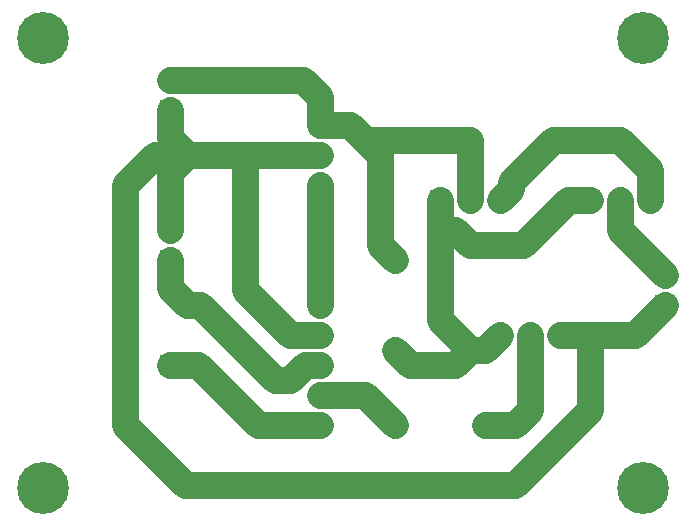
<source format=gbr>
G04 #@! TF.GenerationSoftware,KiCad,Pcbnew,5.0.0-fee4fd1~65~ubuntu17.10.1*
G04 #@! TF.CreationDate,2018-12-28T18:32:25-05:00*
G04 #@! TF.ProjectId,resetter,72657365747465722E6B696361645F70,rev?*
G04 #@! TF.SameCoordinates,Original*
G04 #@! TF.FileFunction,Copper,L2,Bot,Signal*
G04 #@! TF.FilePolarity,Positive*
%FSLAX46Y46*%
G04 Gerber Fmt 4.6, Leading zero omitted, Abs format (unit mm)*
G04 Created by KiCad (PCBNEW 5.0.0-fee4fd1~65~ubuntu17.10.1) date Fri Dec 28 18:32:25 2018*
%MOMM*%
%LPD*%
G01*
G04 APERTURE LIST*
G04 #@! TA.AperFunction,ComponentPad*
%ADD10O,1.700000X1.700000*%
G04 #@! TD*
G04 #@! TA.AperFunction,ComponentPad*
%ADD11R,1.700000X1.700000*%
G04 #@! TD*
G04 #@! TA.AperFunction,ComponentPad*
%ADD12O,1.800000X1.800000*%
G04 #@! TD*
G04 #@! TA.AperFunction,ComponentPad*
%ADD13R,1.800000X1.800000*%
G04 #@! TD*
G04 #@! TA.AperFunction,ComponentPad*
%ADD14O,1.600000X1.600000*%
G04 #@! TD*
G04 #@! TA.AperFunction,ComponentPad*
%ADD15C,1.600000*%
G04 #@! TD*
G04 #@! TA.AperFunction,ComponentPad*
%ADD16R,1.520000X1.520000*%
G04 #@! TD*
G04 #@! TA.AperFunction,ComponentPad*
%ADD17C,1.520000*%
G04 #@! TD*
G04 #@! TA.AperFunction,ComponentPad*
%ADD18C,4.400000*%
G04 #@! TD*
G04 #@! TA.AperFunction,Conductor*
%ADD19C,2.286000*%
G04 #@! TD*
G04 #@! TA.AperFunction,Conductor*
%ADD20C,0.431800*%
G04 #@! TD*
G04 #@! TA.AperFunction,Conductor*
%ADD21C,1.524000*%
G04 #@! TD*
G04 APERTURE END LIST*
D10*
G04 #@! TO.P,J1,2*
G04 #@! TO.N,GND*
X56515000Y-46037500D03*
D11*
G04 #@! TO.P,J1,1*
G04 #@! TO.N,Net-(J1-Pad1)*
X56515000Y-48577500D03*
G04 #@! TD*
G04 #@! TO.P,J2,1*
G04 #@! TO.N,Net-(J2-Pad1)*
X56515000Y-57467500D03*
G04 #@! TD*
G04 #@! TO.P,J3,1*
G04 #@! TO.N,GND*
X98425000Y-52387500D03*
D10*
G04 #@! TO.P,J3,2*
G04 #@! TO.N,Net-(J3-Pad2)*
X98425000Y-49847500D03*
G04 #@! TD*
G04 #@! TO.P,J4,2*
G04 #@! TO.N,Net-(J4-Pad2)*
X56515000Y-33337500D03*
D11*
G04 #@! TO.P,J4,1*
G04 #@! TO.N,GND*
X56515000Y-35877500D03*
G04 #@! TD*
D12*
G04 #@! TO.P,Q2,3*
G04 #@! TO.N,Net-(Q2-Pad3)*
X84455000Y-43497500D03*
G04 #@! TO.P,Q2,2*
G04 #@! TO.N,Net-(J4-Pad2)*
X81915000Y-43497500D03*
D13*
G04 #@! TO.P,Q2,1*
G04 #@! TO.N,Net-(Q1-Pad3)*
X79375000Y-43497500D03*
G04 #@! TD*
G04 #@! TO.P,Q3,1*
G04 #@! TO.N,Net-(Q1-Pad3)*
X92075000Y-43497500D03*
D12*
G04 #@! TO.P,Q3,2*
G04 #@! TO.N,Net-(J3-Pad2)*
X94615000Y-43497500D03*
G04 #@! TO.P,Q3,3*
G04 #@! TO.N,Net-(Q2-Pad3)*
X97155000Y-43497500D03*
G04 #@! TD*
D14*
G04 #@! TO.P,R1,2*
G04 #@! TO.N,Net-(R1-Pad2)*
X75565000Y-62547500D03*
D15*
G04 #@! TO.P,R1,1*
G04 #@! TO.N,Net-(Q1-Pad2)*
X83185000Y-62547500D03*
G04 #@! TD*
G04 #@! TO.P,R2,1*
G04 #@! TO.N,Net-(J4-Pad2)*
X75565000Y-48577500D03*
D14*
G04 #@! TO.P,R2,2*
G04 #@! TO.N,Net-(Q1-Pad3)*
X75565000Y-56197500D03*
G04 #@! TD*
D10*
G04 #@! TO.P,U1,3*
G04 #@! TO.N,Net-(U1-Pad3)*
X69215000Y-42227500D03*
G04 #@! TO.P,U1,2*
G04 #@! TO.N,GND*
X69215000Y-39687500D03*
D11*
G04 #@! TO.P,U1,1*
G04 #@! TO.N,Net-(J4-Pad2)*
X69215000Y-37147500D03*
G04 #@! TD*
D10*
G04 #@! TO.P,U2,5*
G04 #@! TO.N,Net-(J2-Pad1)*
X69215000Y-62547500D03*
G04 #@! TO.P,U2,4*
G04 #@! TO.N,Net-(R1-Pad2)*
X69215000Y-60007500D03*
G04 #@! TO.P,U2,3*
G04 #@! TO.N,Net-(J1-Pad1)*
X69215000Y-57467500D03*
G04 #@! TO.P,U2,2*
G04 #@! TO.N,GND*
X69215000Y-54927500D03*
D11*
G04 #@! TO.P,U2,1*
G04 #@! TO.N,Net-(U1-Pad3)*
X69215000Y-52387500D03*
G04 #@! TD*
D16*
G04 #@! TO.P,Q1,1*
G04 #@! TO.N,GND*
X89535000Y-54927500D03*
D17*
G04 #@! TO.P,Q1,3*
G04 #@! TO.N,Net-(Q1-Pad3)*
X84455000Y-54927500D03*
G04 #@! TO.P,Q1,2*
G04 #@! TO.N,Net-(Q1-Pad2)*
X86995000Y-54927500D03*
G04 #@! TD*
D18*
G04 #@! TO.P,MK1,1*
G04 #@! TO.N,N/C*
X45720000Y-29845000D03*
G04 #@! TD*
G04 #@! TO.P,MK2,1*
G04 #@! TO.N,N/C*
X96520000Y-67945000D03*
G04 #@! TD*
G04 #@! TO.P,MK3,1*
G04 #@! TO.N,N/C*
X96520000Y-29845000D03*
G04 #@! TD*
G04 #@! TO.P,MK4,1*
G04 #@! TO.N,N/C*
X45720000Y-67945000D03*
G04 #@! TD*
D19*
G04 #@! TO.N,GND*
X56515000Y-38251500D02*
X57951000Y-39687500D01*
X56515000Y-35877500D02*
X56515000Y-38251500D01*
X56515000Y-41123500D02*
X57951000Y-39687500D01*
X56515000Y-46037500D02*
X56515000Y-41123500D01*
X62865000Y-51117500D02*
X62865000Y-39687500D01*
X66675000Y-54927500D02*
X62865000Y-51117500D01*
X69215000Y-54927500D02*
X66675000Y-54927500D01*
X57951000Y-39687500D02*
X62865000Y-39687500D01*
X62865000Y-39687500D02*
X69215000Y-39687500D01*
X55245000Y-39687500D02*
X57951000Y-39687500D01*
X52705000Y-42227500D02*
X55245000Y-39687500D01*
X52705000Y-62547500D02*
X52705000Y-42227500D01*
X57785000Y-67627500D02*
X52705000Y-62547500D01*
X95885000Y-54927500D02*
X98425000Y-52387500D01*
X57785000Y-67627500D02*
X85725000Y-67627500D01*
X92075000Y-61277500D02*
X92075000Y-54927500D01*
X85725000Y-67627500D02*
X92075000Y-61277500D01*
X92075000Y-54927500D02*
X95885000Y-54927500D01*
X92075000Y-54927500D02*
X89535000Y-54927500D01*
G04 #@! TO.N,Net-(J1-Pad1)*
X56515000Y-50951500D02*
X56515000Y-48577500D01*
X67945000Y-57467500D02*
X66675000Y-58737500D01*
X69215000Y-57467500D02*
X67945000Y-57467500D01*
X66675000Y-58737500D02*
X65405000Y-58737500D01*
X65405000Y-58737500D02*
X59055000Y-52387500D01*
X57951000Y-52387500D02*
X56515000Y-50951500D01*
X59055000Y-52387500D02*
X57951000Y-52387500D01*
G04 #@! TO.N,Net-(J2-Pad1)*
X58889000Y-57467500D02*
X63969000Y-62547500D01*
X56515000Y-57467500D02*
X58889000Y-57467500D01*
X63969000Y-62547500D02*
X69215000Y-62547500D01*
G04 #@! TO.N,Net-(J3-Pad2)*
X94615000Y-46037500D02*
X98425000Y-49847500D01*
X94615000Y-43497500D02*
X94615000Y-46037500D01*
D20*
G04 #@! TO.N,Net-(J4-Pad2)*
X69215000Y-35865700D02*
X69215000Y-37147500D01*
D19*
X69215000Y-34773500D02*
X69215000Y-37147500D01*
X67779000Y-33337500D02*
X69215000Y-34773500D01*
X56515000Y-33337500D02*
X67779000Y-33337500D01*
X75565000Y-48577500D02*
X74295000Y-47307500D01*
X74295000Y-47307500D02*
X74295000Y-39687500D01*
X71755000Y-37147500D02*
X69215000Y-37147500D01*
X81915000Y-43497500D02*
X81915000Y-38417500D01*
X81915000Y-38417500D02*
X73025000Y-38417500D01*
X74295000Y-39687500D02*
X73025000Y-38417500D01*
X73025000Y-38417500D02*
X71755000Y-37147500D01*
G04 #@! TO.N,Net-(Q1-Pad3)*
X76835000Y-57467500D02*
X75565000Y-56197500D01*
X80645000Y-57467500D02*
X76835000Y-57467500D01*
X79375000Y-53657500D02*
X81915000Y-56197500D01*
X81915000Y-56197500D02*
X80645000Y-57467500D01*
X79375000Y-46037500D02*
X79375000Y-53657500D01*
X79375000Y-43497500D02*
X79375000Y-46037500D01*
X80645000Y-46037500D02*
X81915000Y-47307500D01*
D21*
X79375000Y-46037500D02*
X80645000Y-46037500D01*
D19*
X83185000Y-56197500D02*
X84455000Y-54927500D01*
X81915000Y-56197500D02*
X83185000Y-56197500D01*
X81915000Y-47307500D02*
X86360000Y-47307500D01*
X86360000Y-47307500D02*
X90170000Y-43497500D01*
X90170000Y-43497500D02*
X92075000Y-43497500D01*
G04 #@! TO.N,Net-(Q1-Pad2)*
X83185000Y-62547500D02*
X85725000Y-62547500D01*
X85725000Y-62547500D02*
X86995000Y-61277500D01*
X86995000Y-60007500D02*
X86995000Y-54927500D01*
X86995000Y-60007500D02*
X86995000Y-61277500D01*
G04 #@! TO.N,Net-(Q2-Pad3)*
X97155000Y-40957500D02*
X97155000Y-43497500D01*
X94615000Y-38417500D02*
X97155000Y-40957500D01*
X85354999Y-42597501D02*
X85354999Y-41962501D01*
X84455000Y-43497500D02*
X85354999Y-42597501D01*
X88900000Y-38417500D02*
X94615000Y-38417500D01*
X85354999Y-41962501D02*
X88900000Y-38417500D01*
G04 #@! TO.N,Net-(R1-Pad2)*
X73025000Y-60007500D02*
X75565000Y-62547500D01*
X69215000Y-60007500D02*
X73025000Y-60007500D01*
G04 #@! TO.N,Net-(U1-Pad3)*
X69215000Y-52387500D02*
X69215000Y-42227500D01*
G04 #@! TD*
M02*

</source>
